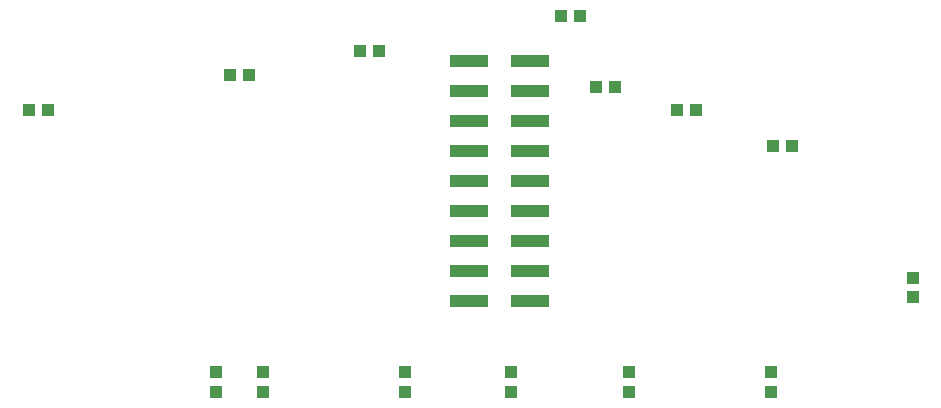
<source format=gtp>
G04*
G04 #@! TF.GenerationSoftware,Altium Limited,Altium Designer,20.2.6 (244)*
G04*
G04 Layer_Color=8421504*
%FSLAX25Y25*%
%MOIN*%
G70*
G04*
G04 #@! TF.SameCoordinates,A4359F0B-5969-4506-8E40-FB7A7F837C19*
G04*
G04*
G04 #@! TF.FilePolarity,Positive*
G04*
G01*
G75*
%ADD13R,0.12500X0.04488*%
%ADD14R,0.04182X0.04469*%
%ADD15R,0.04469X0.04182*%
D13*
X320463Y315591D02*
D03*
X340955D02*
D03*
X320463Y305591D02*
D03*
X340955D02*
D03*
X320463Y295590D02*
D03*
X340955D02*
D03*
X320463Y285591D02*
D03*
X340955D02*
D03*
X320463Y275590D02*
D03*
X340955D02*
D03*
X320463Y265591D02*
D03*
X340955D02*
D03*
X320463Y255591D02*
D03*
X340955D02*
D03*
X320463Y245590D02*
D03*
X340955D02*
D03*
X320463Y235591D02*
D03*
X340955D02*
D03*
D14*
X236221Y205451D02*
D03*
Y211872D02*
D03*
X299213D02*
D03*
Y205451D02*
D03*
X334646Y211872D02*
D03*
Y205451D02*
D03*
X251969Y211872D02*
D03*
Y205451D02*
D03*
X374016Y211872D02*
D03*
Y205451D02*
D03*
X421260Y211872D02*
D03*
Y205451D02*
D03*
X468504Y243368D02*
D03*
Y236947D02*
D03*
D15*
X421987Y287402D02*
D03*
X428407D02*
D03*
X389764Y299213D02*
D03*
X396184D02*
D03*
X362931Y307087D02*
D03*
X369352D02*
D03*
X290612Y318898D02*
D03*
X284191D02*
D03*
X247305Y311024D02*
D03*
X240884D02*
D03*
X180376Y299213D02*
D03*
X173955D02*
D03*
X357541Y330709D02*
D03*
X351120D02*
D03*
M02*

</source>
